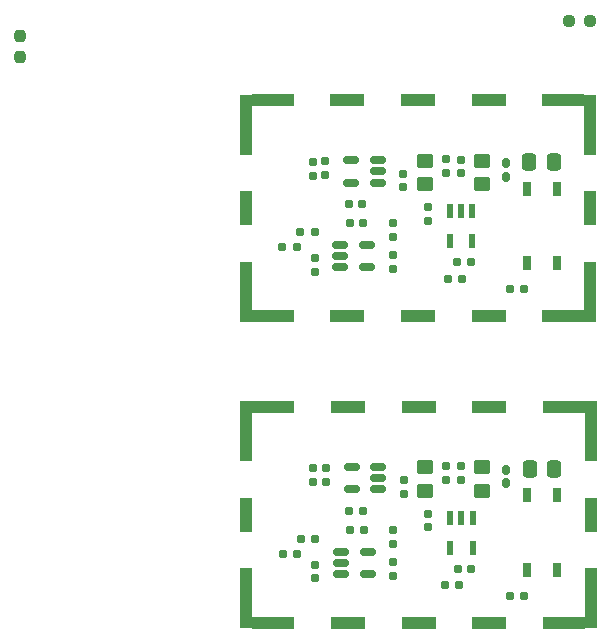
<source format=gtp>
G04 #@! TF.GenerationSoftware,KiCad,Pcbnew,7.0.7*
G04 #@! TF.CreationDate,2023-12-28T09:15:15+02:00*
G04 #@! TF.ProjectId,AD3 Front End Amplifier,41443320-4672-46f6-9e74-20456e642041,rev?*
G04 #@! TF.SameCoordinates,Original*
G04 #@! TF.FileFunction,Paste,Top*
G04 #@! TF.FilePolarity,Positive*
%FSLAX46Y46*%
G04 Gerber Fmt 4.6, Leading zero omitted, Abs format (unit mm)*
G04 Created by KiCad (PCBNEW 7.0.7) date 2023-12-28 09:15:15*
%MOMM*%
%LPD*%
G01*
G04 APERTURE LIST*
G04 Aperture macros list*
%AMRoundRect*
0 Rectangle with rounded corners*
0 $1 Rounding radius*
0 $2 $3 $4 $5 $6 $7 $8 $9 X,Y pos of 4 corners*
0 Add a 4 corners polygon primitive as box body*
4,1,4,$2,$3,$4,$5,$6,$7,$8,$9,$2,$3,0*
0 Add four circle primitives for the rounded corners*
1,1,$1+$1,$2,$3*
1,1,$1+$1,$4,$5*
1,1,$1+$1,$6,$7*
1,1,$1+$1,$8,$9*
0 Add four rect primitives between the rounded corners*
20,1,$1+$1,$2,$3,$4,$5,0*
20,1,$1+$1,$4,$5,$6,$7,0*
20,1,$1+$1,$6,$7,$8,$9,0*
20,1,$1+$1,$8,$9,$2,$3,0*%
G04 Aperture macros list end*
%ADD10RoundRect,0.155000X0.212500X0.155000X-0.212500X0.155000X-0.212500X-0.155000X0.212500X-0.155000X0*%
%ADD11RoundRect,0.250000X-0.450000X0.350000X-0.450000X-0.350000X0.450000X-0.350000X0.450000X0.350000X0*%
%ADD12R,0.990000X5.140000*%
%ADD13R,0.990000X3.000000*%
%ADD14R,3.590000X0.990000*%
%ADD15R,3.000000X0.990000*%
%ADD16R,2.990000X0.990000*%
%ADD17RoundRect,0.160000X-0.197500X-0.160000X0.197500X-0.160000X0.197500X0.160000X-0.197500X0.160000X0*%
%ADD18RoundRect,0.155000X-0.155000X0.212500X-0.155000X-0.212500X0.155000X-0.212500X0.155000X0.212500X0*%
%ADD19RoundRect,0.160000X0.197500X0.160000X-0.197500X0.160000X-0.197500X-0.160000X0.197500X-0.160000X0*%
%ADD20RoundRect,0.160000X-0.160000X0.197500X-0.160000X-0.197500X0.160000X-0.197500X0.160000X0.197500X0*%
%ADD21RoundRect,0.250000X0.337500X0.475000X-0.337500X0.475000X-0.337500X-0.475000X0.337500X-0.475000X0*%
%ADD22RoundRect,0.150000X-0.512500X-0.150000X0.512500X-0.150000X0.512500X0.150000X-0.512500X0.150000X0*%
%ADD23RoundRect,0.237500X0.250000X0.237500X-0.250000X0.237500X-0.250000X-0.237500X0.250000X-0.237500X0*%
%ADD24RoundRect,0.160000X0.160000X-0.197500X0.160000X0.197500X-0.160000X0.197500X-0.160000X-0.197500X0*%
%ADD25RoundRect,0.160000X0.160000X-0.222500X0.160000X0.222500X-0.160000X0.222500X-0.160000X-0.222500X0*%
%ADD26R,0.600000X1.200000*%
%ADD27RoundRect,0.155000X-0.212500X-0.155000X0.212500X-0.155000X0.212500X0.155000X-0.212500X0.155000X0*%
%ADD28R,0.800000X1.200000*%
%ADD29RoundRect,0.150000X0.512500X0.150000X-0.512500X0.150000X-0.512500X-0.150000X0.512500X-0.150000X0*%
%ADD30RoundRect,0.237500X-0.237500X0.250000X-0.237500X-0.250000X0.237500X-0.250000X0.237500X0.250000X0*%
G04 APERTURE END LIST*
D10*
X212433600Y-97906800D03*
X211298600Y-97906800D03*
D11*
X222504000Y-92604800D03*
X222504000Y-94604800D03*
D12*
X202535600Y-115526201D03*
D13*
X202535600Y-122596201D03*
D12*
X202535600Y-129666201D03*
D14*
X204825600Y-131741201D03*
D15*
X211120600Y-131741201D03*
D16*
X217115600Y-131741201D03*
D15*
X223110600Y-131741201D03*
D14*
X229405600Y-131741201D03*
D12*
X231695600Y-129666201D03*
D13*
X231695600Y-122596201D03*
D12*
X231695600Y-115526201D03*
D14*
X229405600Y-113451201D03*
D15*
X223110600Y-113451201D03*
D16*
X217115600Y-113451201D03*
D15*
X211120600Y-113451201D03*
D14*
X204825600Y-113451201D03*
D17*
X219620500Y-102616000D03*
X220815500Y-102616000D03*
D18*
X220726000Y-92529300D03*
X220726000Y-93664300D03*
X208310100Y-100895300D03*
X208310100Y-102030300D03*
D11*
X222504000Y-118563200D03*
X222504000Y-120563200D03*
D18*
X219481400Y-92498100D03*
X219481400Y-93633100D03*
D19*
X206786100Y-99938800D03*
X205591100Y-99938800D03*
D20*
X214964900Y-126569700D03*
X214964900Y-127764700D03*
D21*
X228621500Y-118719200D03*
X226546500Y-118719200D03*
D19*
X208360900Y-124627200D03*
X207165900Y-124627200D03*
D10*
X221522100Y-101208800D03*
X220387100Y-101208800D03*
D19*
X208310100Y-98668800D03*
X207115100Y-98668800D03*
D20*
X209235650Y-92671300D03*
X209235650Y-93866300D03*
D22*
X210474600Y-99750800D03*
X210474600Y-100700800D03*
X210474600Y-101650800D03*
X212749600Y-101650800D03*
X212749600Y-99750800D03*
D18*
X208360900Y-126853700D03*
X208360900Y-127988700D03*
D23*
X231648000Y-80772000D03*
X229823000Y-80772000D03*
D20*
X208219650Y-118643001D03*
X208219650Y-119838001D03*
D22*
X210525400Y-125709200D03*
X210525400Y-126659200D03*
X210525400Y-127609200D03*
X212800400Y-127609200D03*
X212800400Y-125709200D03*
D20*
X214914100Y-100611300D03*
X214914100Y-101806300D03*
D24*
X214964900Y-125060200D03*
X214964900Y-123865200D03*
D19*
X206836900Y-125897200D03*
X205641900Y-125897200D03*
D10*
X212484400Y-123865201D03*
X211349400Y-123865201D03*
D18*
X217957400Y-122535701D03*
X217957400Y-123670701D03*
D11*
X217652600Y-92604800D03*
X217652600Y-94604800D03*
D18*
X215890450Y-119675701D03*
X215890450Y-120810701D03*
D25*
X224485200Y-93956600D03*
X224485200Y-92811600D03*
D17*
X224839600Y-103494800D03*
X226034600Y-103494800D03*
D20*
X209286450Y-118629701D03*
X209286450Y-119824701D03*
X208168850Y-92684600D03*
X208168850Y-93879600D03*
D18*
X215839650Y-93717300D03*
X215839650Y-94852300D03*
X217906600Y-96577300D03*
X217906600Y-97712300D03*
D17*
X224890401Y-129453200D03*
X226085401Y-129453200D03*
D11*
X217703400Y-118563201D03*
X217703400Y-120563201D03*
D26*
X221701400Y-122869200D03*
X220751400Y-122869200D03*
X219801400Y-122869200D03*
X219801400Y-125369200D03*
X221701400Y-125369200D03*
D25*
X224536000Y-119915000D03*
X224536000Y-118770000D03*
D18*
X219456000Y-118487700D03*
X219456000Y-119622700D03*
D27*
X211208150Y-96316800D03*
X212343150Y-96316800D03*
D28*
X226314000Y-127254000D03*
X228854000Y-127254000D03*
X228854000Y-120954000D03*
X226314000Y-120954000D03*
D21*
X228570700Y-92760800D03*
X226495700Y-92760800D03*
D27*
X211258950Y-122275201D03*
X212393950Y-122275201D03*
D12*
X202484800Y-89567800D03*
D13*
X202484800Y-96637800D03*
D12*
X202484800Y-103707800D03*
D14*
X204774800Y-105782800D03*
D15*
X211069800Y-105782800D03*
D16*
X217064800Y-105782800D03*
D15*
X223059800Y-105782800D03*
D14*
X229354800Y-105782800D03*
D12*
X231644800Y-103707800D03*
D13*
X231644800Y-96637800D03*
D12*
X231644800Y-89567800D03*
D14*
X229354800Y-87492800D03*
D15*
X223059800Y-87492800D03*
D16*
X217064800Y-87492800D03*
D15*
X211069800Y-87492800D03*
D14*
X204774800Y-87492800D03*
D18*
X220726000Y-118487700D03*
X220726000Y-119622700D03*
D29*
X213675150Y-94472800D03*
X213675150Y-93522800D03*
X213675150Y-92572800D03*
X211400150Y-92572800D03*
X211400150Y-94472800D03*
D28*
X226263200Y-101295600D03*
X228803200Y-101295600D03*
X228803200Y-94995600D03*
X226263200Y-94995600D03*
D17*
X219366500Y-128524000D03*
X220561500Y-128524000D03*
D29*
X213725950Y-120431201D03*
X213725950Y-119481201D03*
X213725950Y-118531201D03*
X211450950Y-118531201D03*
X211450950Y-120431201D03*
D30*
X183388000Y-82042000D03*
X183388000Y-83867000D03*
D24*
X214914100Y-99101800D03*
X214914100Y-97906800D03*
D10*
X221572900Y-127167200D03*
X220437900Y-127167200D03*
D26*
X221650600Y-96910800D03*
X220700600Y-96910800D03*
X219750600Y-96910800D03*
X219750600Y-99410800D03*
X221650600Y-99410800D03*
M02*

</source>
